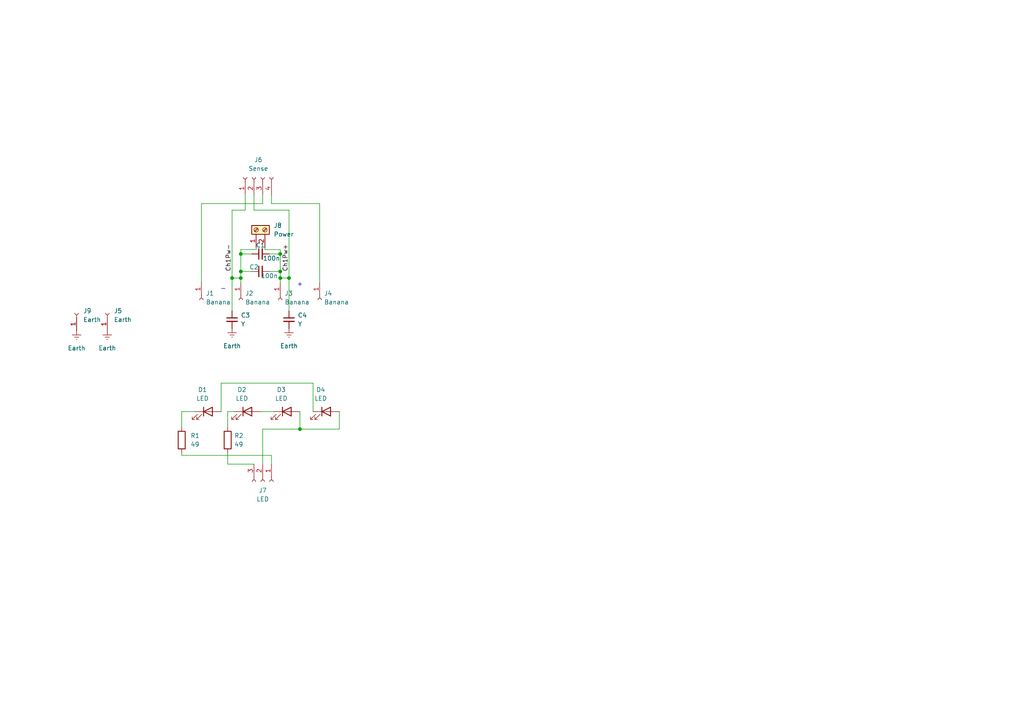
<source format=kicad_sch>
(kicad_sch (version 20231120) (generator "eeschema") (generator_version "8.0")
  (paper "A4")
  (lib_symbols
    (symbol "Connector:Conn_01x01_Socket" (pin_names (offset 1.016) hide)
      (property "Reference" "J" (at 0 2.54 0))
      (property "Value" "Conn_01x01_Socket" (at 0 -2.54 0))
      (symbol "Conn_01x01_Socket_1_1"
        (polyline (pts (xy -1.27 0) (xy -0.508 0)) (stroke (width 0.1524)))
        (arc (start 0 0.508) (mid -0.5058 0) (end 0 -0.508) (stroke (width 0.1524)))
        (pin passive line (at -5.08 0 0) (length 3.81) (name "Pin_1") (number "1"))
      )
    )
    (symbol "Connector:Conn_01x03_Socket" (pin_names (offset 1.016) hide)
      (property "Reference" "J" (at 0 5.08 0))
      (property "Value" "Conn_01x03_Socket" (at 0 -5.08 0))
      (symbol "Conn_01x03_Socket_1_1"
        (arc (start 0 -2.032) (mid -0.5058 -2.54) (end 0 -3.048) (stroke (width 0.1524)))
        (polyline (pts (xy -1.27 -2.54) (xy -0.508 -2.54)) (stroke (width 0.1524)))
        (polyline (pts (xy -1.27 0) (xy -0.508 0)) (stroke (width 0.1524)))
        (polyline (pts (xy -1.27 2.54) (xy -0.508 2.54)) (stroke (width 0.1524)))
        (arc (start 0 0.508) (mid -0.5058 0) (end 0 -0.508) (stroke (width 0.1524)))
        (arc (start 0 3.048) (mid -0.5058 2.54) (end 0 2.032) (stroke (width 0.1524)))
        (pin passive line (at -5.08 2.54 0) (length 3.81) (name "Pin_1") (number "1"))
        (pin passive line (at -5.08 0 0) (length 3.81) (name "Pin_2") (number "2"))
        (pin passive line (at -5.08 -2.54 0) (length 3.81) (name "Pin_3") (number "3"))
      )
    )
    (symbol "Connector:Conn_01x04_Socket" (pin_names (offset 1.016) hide)
      (property "Reference" "J" (at 0 5.08 0))
      (property "Value" "Conn_01x04_Socket" (at 0 -7.62 0))
      (symbol "Conn_01x04_Socket_1_1"
        (arc (start 0 -4.572) (mid -0.5058 -5.08) (end 0 -5.588) (stroke (width 0.1524)))
        (arc (start 0 -2.032) (mid -0.5058 -2.54) (end 0 -3.048) (stroke (width 0.1524)))
        (polyline (pts (xy -1.27 -5.08) (xy -0.508 -5.08)) (stroke (width 0.1524)))
        (polyline (pts (xy -1.27 -2.54) (xy -0.508 -2.54)) (stroke (width 0.1524)))
        (polyline (pts (xy -1.27 0) (xy -0.508 0)) (stroke (width 0.1524)))
        (polyline (pts (xy -1.27 2.54) (xy -0.508 2.54)) (stroke (width 0.1524)))
        (arc (start 0 0.508) (mid -0.5058 0) (end 0 -0.508) (stroke (width 0.1524)))
        (arc (start 0 3.048) (mid -0.5058 2.54) (end 0 2.032) (stroke (width 0.1524)))
        (pin passive line (at -5.08 2.54 0) (length 3.81) (name "Pin_1") (number "1"))
        (pin passive line (at -5.08 0 0) (length 3.81) (name "Pin_2") (number "2"))
        (pin passive line (at -5.08 -2.54 0) (length 3.81) (name "Pin_3") (number "3"))
        (pin passive line (at -5.08 -5.08 0) (length 3.81) (name "Pin_4") (number "4"))
      )
    )
    (symbol "Connector:Screw_Terminal_01x02" (pin_names (offset 1.016) hide)
      (property "Reference" "J" (at 0 2.54 0))
      (property "Value" "Screw_Terminal_01x02" (at 0 -5.08 0))
      (symbol "Screw_Terminal_01x02_1_1"
        (rectangle (start -1.27 1.27) (end 1.27 -3.81) (stroke (width 0.254)) (fill (type background)))
        (circle (center 0 -2.54) (radius 0.635) (stroke (width 0.1524)))
        (polyline (pts (xy -0.5334 -2.2098) (xy 0.3302 -3.048)) (stroke (width 0.1524)))
        (polyline (pts (xy -0.5334 0.3302) (xy 0.3302 -0.508)) (stroke (width 0.1524)))
        (polyline (pts (xy -0.3556 -2.032) (xy 0.508 -2.8702)) (stroke (width 0.1524)))
        (polyline (pts (xy -0.3556 0.508) (xy 0.508 -0.3302)) (stroke (width 0.1524)))
        (circle (center 0 0) (radius 0.635) (stroke (width 0.1524)))
        (pin passive line (at -5.08 0 0) (length 3.81) (name "Pin_1") (number "1"))
        (pin passive line (at -5.08 -2.54 0) (length 3.81) (name "Pin_2") (number "2"))
      )
    )
    (symbol "Device:C_Small" (pin_numbers hide) (pin_names (offset 0.254) hide)
      (property "Reference" "C" (at 0.254 1.778 0))
      (property "Value" "C_Small" (at 0.254 -2.032 0))
      (symbol "C_Small_0_1"
        (polyline (pts (xy -1.524 -0.508) (xy 1.524 -0.508)) (stroke (width 0.3302)))
        (polyline (pts (xy -1.524 0.508) (xy 1.524 0.508)) (stroke (width 0.3048)))
      )
      (symbol "C_Small_1_1"
        (pin passive line (at 0 2.54 270) (length 2.032) (name "~") (number "1"))
        (pin passive line (at 0 -2.54 90) (length 2.032) (name "~") (number "2"))
      )
    )
    (symbol "Device:LED" (pin_numbers hide) (pin_names (offset 1.016) hide)
      (property "Reference" "D" (at 0 2.54 0))
      (property "Value" "LED" (at 0 -2.54 0))
      (symbol "LED_0_1"
        (polyline (pts (xy -1.27 -1.27) (xy -1.27 1.27)) (stroke (width 0.254)))
        (polyline (pts (xy -1.27 0) (xy 1.27 0)))
        (polyline (pts (xy 1.27 -1.27) (xy 1.27 1.27) (xy -1.27 0) (xy 1.27 -1.27)) (stroke (width 0.254)))
        (polyline (pts (xy -3.048 -0.762) (xy -4.572 -2.286) (xy -3.81 -2.286) (xy -4.572 -2.286) (xy -4.572 -1.524)))
        (polyline (pts (xy -1.778 -0.762) (xy -3.302 -2.286) (xy -2.54 -2.286) (xy -3.302 -2.286) (xy -3.302 -1.524)))
      )
      (symbol "LED_1_1"
        (pin passive line (at -3.81 0 0) (length 2.54) (name "K") (number "1"))
        (pin passive line (at 3.81 0 180) (length 2.54) (name "A") (number "2"))
      )
    )
    (symbol "Device:R" (pin_numbers hide) (pin_names (offset 0))
      (property "Reference" "R" (at 2.032 0 90))
      (property "Value" "R" (at 0 0 90))
      (symbol "R_0_1"
        (rectangle (start -1.016 -2.54) (end 1.016 2.54) (stroke (width 0.254)))
      )
      (symbol "R_1_1"
        (pin passive line (at 0 3.81 270) (length 1.27) (name "~") (number "1"))
        (pin passive line (at 0 -3.81 90) (length 1.27) (name "~") (number "2"))
      )
    )
    (symbol "power:Earth" (power) (pin_numbers hide) (pin_names (offset 0) hide)
      (property "Value" "Earth" (at 0 -3.81 0))
      (symbol "Earth_0_1"
        (polyline (pts (xy -0.635 -1.905) (xy 0.635 -1.905)))
        (polyline (pts (xy -0.127 -2.54) (xy 0.127 -2.54)))
        (polyline (pts (xy 0 -1.27) (xy 0 0)))
        (polyline (pts (xy 1.27 -1.27) (xy -1.27 -1.27)))
      )
      (symbol "Earth_1_1"
        (pin power_in line (at 0 0 270) (length 0) (name "~") (number "1"))
      )
    )
  )
  (junction (at 81.28 78.74))
  (junction (at 69.85 80.645))
  (junction (at 67.31 80.645))
  (junction (at 81.28 80.645))
  (junction (at 83.82 80.645))
  (junction (at 81.28 73.66))
  (junction (at 86.995 124.46))
  (junction (at 69.85 78.74))
  (junction (at 69.85 73.66))
  (wire (pts (xy 67.31 80.645) (xy 69.85 80.645)))
  (wire (pts (xy 52.705 119.38) (xy 56.515 119.38)))
  (wire (pts (xy 58.42 59.055) (xy 58.42 81.915)))
  (wire (pts (xy 66.04 134.62) (xy 73.66 134.62)))
  (wire (pts (xy 74.295 72.39) (xy 69.85 72.39)))
  (wire (pts (xy 58.42 59.055) (xy 76.2 59.055)))
  (wire (pts (xy 64.135 111.125) (xy 64.135 119.38)))
  (wire (pts (xy 78.74 59.055) (xy 78.74 56.515)))
  (wire (pts (xy 69.85 78.74) (xy 73.025 78.74)))
  (wire (pts (xy 66.04 123.825) (xy 66.04 119.38)))
  (wire (pts (xy 81.28 72.39) (xy 76.835 72.39)))
  (wire (pts (xy 81.28 81.915) (xy 81.28 80.645)))
  (wire (pts (xy 90.805 119.38) (xy 90.805 111.125)))
  (wire (pts (xy 76.2 124.46) (xy 86.995 124.46)))
  (wire (pts (xy 81.28 78.74) (xy 81.28 73.66)))
  (wire (pts (xy 52.705 123.825) (xy 52.705 119.38)))
  (wire (pts (xy 83.82 80.645) (xy 83.82 90.17)))
  (wire (pts (xy 90.805 111.125) (xy 64.135 111.125)))
  (wire (pts (xy 75.565 119.38) (xy 79.375 119.38)))
  (wire (pts (xy 66.04 119.38) (xy 67.945 119.38)))
  (wire (pts (xy 92.71 81.915) (xy 92.71 59.055)))
  (wire (pts (xy 81.28 73.66) (xy 81.28 72.39)))
  (wire (pts (xy 86.995 124.46) (xy 98.425 124.46)))
  (wire (pts (xy 78.74 132.08) (xy 52.705 132.08)))
  (wire (pts (xy 73.66 60.96) (xy 83.82 60.96)))
  (wire (pts (xy 69.85 72.39) (xy 69.85 73.66)))
  (wire (pts (xy 98.425 124.46) (xy 98.425 119.38)))
  (wire (pts (xy 92.71 59.055) (xy 78.74 59.055)))
  (wire (pts (xy 83.82 60.96) (xy 83.82 80.645)))
  (wire (pts (xy 69.85 80.645) (xy 69.85 81.915)))
  (wire (pts (xy 71.12 56.515) (xy 71.12 60.96)))
  (wire (pts (xy 74.295 72.39) (xy 74.295 71.755)))
  (wire (pts (xy 81.28 80.645) (xy 81.28 78.74)))
  (wire (pts (xy 66.04 131.445) (xy 66.04 134.62)))
  (wire (pts (xy 83.82 80.645) (xy 81.28 80.645)))
  (wire (pts (xy 86.995 119.38) (xy 86.995 124.46)))
  (wire (pts (xy 69.85 78.74) (xy 69.85 80.645)))
  (wire (pts (xy 67.31 80.645) (xy 67.31 90.17)))
  (wire (pts (xy 78.105 73.66) (xy 81.28 73.66)))
  (wire (pts (xy 52.705 132.08) (xy 52.705 131.445)))
  (wire (pts (xy 73.66 56.515) (xy 73.66 60.96)))
  (wire (pts (xy 69.85 73.66) (xy 69.85 78.74)))
  (wire (pts (xy 69.85 73.66) (xy 73.025 73.66)))
  (wire (pts (xy 71.12 60.96) (xy 67.31 60.96)))
  (wire (pts (xy 76.2 134.62) (xy 76.2 124.46)))
  (wire (pts (xy 78.74 134.62) (xy 78.74 132.08)))
  (wire (pts (xy 76.2 59.055) (xy 76.2 56.515)))
  (wire (pts (xy 78.105 78.74) (xy 81.28 78.74)))
  (wire (pts (xy 67.31 60.96) (xy 67.31 80.645)))
  (wire (pts (xy 76.835 72.39) (xy 76.835 71.755)))
  (text "+" (at 86.995 82.55 0) (effects (font (size 1.27 1.27))))
  (text "-" (at 64.77 83.82 0) (effects (font (size 1.27 1.27))))
  (label "Ch1Pw-" (at 67.31 78.74 90))
  (label "Ch1Pw+" (at 83.82 78.74 90))
  (symbol (lib_id "Connector:Conn_01x01_Socket") (at 58.42 86.995 270) (unit 1)
    (property "Reference" "J1" (at 59.69 85.0899 90) (effects (justify left)))
    (property "Value" "Banana" (at 59.69 87.6299 90) (effects (justify left)))
    (property "Footprint" "Library:BananaSocket" (effects (hide yes)))
    (property "Description" "Generic connector, single row, 01x01, script generated" (effects (hide yes)))
  )
  (symbol (lib_id "power:Earth") (at 83.82 95.25 0) (unit 1)
    (property "Reference" "#PWR02" (effects (hide yes)))
    (property "Value" "Earth" (at 83.82 100.33 0))
    (property "Description" "Power symbol creates a global label with name \"Earth\"" (effects (hide yes)))
  )
  (symbol (lib_id "power:Earth") (at 22.225 95.885 0) (unit 1)
    (property "Reference" "#PWR04" (effects (hide yes)))
    (property "Value" "Earth" (at 22.225 100.965 0))
    (property "Description" "Power symbol creates a global label with name \"Earth\"" (effects (hide yes)))
  )
  (symbol (lib_id "Device:C_Small") (at 83.82 92.71 0) (unit 1)
    (property "Reference" "C4" (at 86.36 91.4462 0) (effects (justify left)))
    (property "Value" "Y" (at 86.36 93.9862 0) (effects (justify left)))
    (property "Footprint" "Capacitor_THT:C_Rect_L13.0mm_W4.0mm_P10.00mm_FKS3_FKP3_MKS4" (effects (hide yes)))
    (property "Description" "Unpolarized capacitor, small symbol" (effects (hide yes)))
  )
  (symbol (lib_id "Connector:Conn_01x01_Socket") (at 92.71 86.995 270) (unit 1)
    (property "Reference" "J4" (at 93.98 85.0899 90) (effects (justify left)))
    (property "Value" "Banana" (at 93.98 87.6299 90) (effects (justify left)))
    (property "Footprint" "Library:BananaSocket" (effects (hide yes)))
    (property "Description" "Generic connector, single row, 01x01, script generated" (effects (hide yes)))
  )
  (symbol (lib_id "Device:C_Small") (at 75.565 73.66 90) (unit 1)
    (property "Reference" "C1" (at 75.565 71.12 90))
    (property "Value" "100n" (at 78.74 74.93 90))
    (property "Footprint" "Capacitor_SMD:C_1206_3216Metric" (effects (hide yes)))
    (property "Description" "Unpolarized capacitor, small symbol" (effects (hide yes)))
  )
  (symbol (lib_id "Device:LED") (at 71.755 119.38 0) (unit 1)
    (property "Reference" "D2" (at 70.1675 113.03 0))
    (property "Value" "LED" (at 70.1675 115.57 0))
    (property "Footprint" "LED_THT:LED_D3.0mm_FlatTop" (effects (hide yes)))
    (property "Description" "Light emitting diode" (effects (hide yes)))
  )
  (symbol (lib_id "Connector:Conn_01x03_Socket") (at 76.2 139.7 270) (unit 1)
    (property "Reference" "J7" (at 76.2 142.24 90))
    (property "Value" "LED" (at 76.2 144.78 90))
    (property "Footprint" "Connector_JST:JST_XH_B3B-XH-A_1x03_P2.50mm_Vertical" (effects (hide yes)))
    (property "Description" "Generic connector, single row, 01x03, script generated" (effects (hide yes)))
  )
  (symbol (lib_id "Connector:Screw_Terminal_01x02") (at 74.295 66.675 90) (unit 1)
    (property "Reference" "J8" (at 79.375 65.4049 90) (effects (justify right)))
    (property "Value" "Power" (at 79.375 67.9449 90) (effects (justify right)))
    (property "Footprint" "TerminalBlock:TerminalBlock_bornier-2_P5.08mm" (effects (hide yes)))
    (property "Description" "Generic screw terminal, single row, 01x02, script generated (kicad-library-utils/schlib/autogen/connector/)" (effects (hide yes)))
  )
  (symbol (lib_id "Device:LED") (at 83.185 119.38 0) (unit 1)
    (property "Reference" "D3" (at 81.5975 113.03 0))
    (property "Value" "LED" (at 81.5975 115.57 0))
    (property "Footprint" "LED_THT:LED_D3.0mm_FlatTop" (effects (hide yes)))
    (property "Description" "Light emitting diode" (effects (hide yes)))
  )
  (symbol (lib_id "Device:LED") (at 60.325 119.38 0) (unit 1)
    (property "Reference" "D1" (at 58.7375 113.03 0))
    (property "Value" "LED" (at 58.7375 115.57 0))
    (property "Footprint" "LED_THT:LED_D3.0mm_FlatTop" (effects (hide yes)))
    (property "Description" "Light emitting diode" (effects (hide yes)))
  )
  (symbol (lib_id "Device:C_Small") (at 67.31 92.71 0) (unit 1)
    (property "Reference" "C3" (at 69.85 91.4462 0) (effects (justify left)))
    (property "Value" "Y" (at 69.85 93.9862 0) (effects (justify left)))
    (property "Footprint" "Capacitor_THT:C_Rect_L13.0mm_W4.0mm_P10.00mm_FKS3_FKP3_MKS4" (effects (hide yes)))
    (property "Description" "Unpolarized capacitor, small symbol" (effects (hide yes)))
  )
  (symbol (lib_id "Device:C_Small") (at 75.565 78.74 90) (unit 1)
    (property "Reference" "C2" (at 73.66 77.47 90))
    (property "Value" "100n" (at 78.105 80.01 90))
    (property "Footprint" "Capacitor_SMD:C_1206_3216Metric" (effects (hide yes)))
    (property "Description" "Unpolarized capacitor, small symbol" (effects (hide yes)))
  )
  (symbol (lib_id "power:Earth") (at 31.115 95.885 0) (unit 1)
    (property "Reference" "#PWR03" (effects (hide yes)))
    (property "Value" "Earth" (at 31.115 100.965 0))
    (property "Description" "Power symbol creates a global label with name \"Earth\"" (effects (hide yes)))
  )
  (symbol (lib_id "Connector:Conn_01x01_Socket") (at 81.28 86.995 270) (unit 1)
    (property "Reference" "J3" (at 82.55 85.0899 90) (effects (justify left)))
    (property "Value" "Banana" (at 82.55 87.6299 90) (effects (justify left)))
    (property "Footprint" "Library:BananaSocket" (effects (hide yes)))
    (property "Description" "Generic connector, single row, 01x01, script generated" (effects (hide yes)))
  )
  (symbol (lib_id "Connector:Conn_01x01_Socket") (at 31.115 90.805 90) (unit 1)
    (property "Reference" "J5" (at 33.02 90.1699 90) (effects (justify right)))
    (property "Value" "Earth" (at 33.02 92.7099 90) (effects (justify right)))
    (property "Footprint" "Connector_Wire:SolderWire-1.5sqmm_1x01_D1.7mm_OD3.9mm" (effects (hide yes)))
    (property "Description" "Generic connector, single row, 01x01, script generated" (effects (hide yes)))
  )
  (symbol (lib_id "power:Earth") (at 67.31 95.25 0) (unit 1)
    (property "Reference" "#PWR01" (effects (hide yes)))
    (property "Value" "Earth" (at 67.31 100.33 0))
    (property "Description" "Power symbol creates a global label with name \"Earth\"" (effects (hide yes)))
  )
  (symbol (lib_id "Connector:Conn_01x01_Socket") (at 22.225 90.805 90) (unit 1)
    (property "Reference" "J9" (at 24.13 90.1699 90) (effects (justify right)))
    (property "Value" "Earth" (at 24.13 92.7099 90) (effects (justify right)))
    (property "Footprint" "Connector_Wire:SolderWire-1.5sqmm_1x01_D1.7mm_OD3.9mm" (effects (hide yes)))
    (property "Description" "Generic connector, single row, 01x01, script generated" (effects (hide yes)))
  )
  (symbol (lib_id "Device:R") (at 52.705 127.635 180) (unit 1)
    (property "Reference" "R1" (at 55.245 126.3649 0) (effects (justify right)))
    (property "Value" "49" (at 55.245 128.9049 0) (effects (justify right)))
    (property "Footprint" "Resistor_SMD:R_0603_1608Metric" (effects (hide yes)))
    (property "Description" "Resistor" (effects (hide yes)))
  )
  (symbol (lib_id "Device:LED") (at 94.615 119.38 0) (unit 1)
    (property "Reference" "D4" (at 93.0275 113.03 0))
    (property "Value" "LED" (at 93.0275 115.57 0))
    (property "Footprint" "LED_THT:LED_D3.0mm_FlatTop" (effects (hide yes)))
    (property "Description" "Light emitting diode" (effects (hide yes)))
  )
  (symbol (lib_id "Connector:Conn_01x04_Socket") (at 73.66 51.435 90) (unit 1)
    (property "Reference" "J6" (at 74.93 46.355 90))
    (property "Value" "Sense" (at 74.93 48.895 90))
    (property "Footprint" "Connector_JST:JST_XH_B4B-XH-A_1x04_P2.50mm_Vertical" (effects (hide yes)))
    (property "Description" "Generic connector, single row, 01x04, script generated" (effects (hide yes)))
  )
  (symbol (lib_id "Device:R") (at 66.04 127.635 180) (unit 1)
    (property "Reference" "R2" (at 67.945 126.3649 0) (effects (justify right)))
    (property "Value" "49" (at 67.945 128.9049 0) (effects (justify right)))
    (property "Footprint" "Resistor_SMD:R_0603_1608Metric" (effects (hide yes)))
    (property "Description" "Resistor" (effects (hide yes)))
  )
  (symbol (lib_id "Connector:Conn_01x01_Socket") (at 69.85 86.995 270) (unit 1)
    (property "Reference" "J2" (at 71.12 85.0899 90) (effects (justify left)))
    (property "Value" "Banana" (at 71.12 87.6299 90) (effects (justify left)))
    (property "Footprint" "Library:BananaSocket" (effects (hide yes)))
    (property "Description" "Generic connector, single row, 01x01, script generated" (effects (hide yes)))
  )
)
</source>
